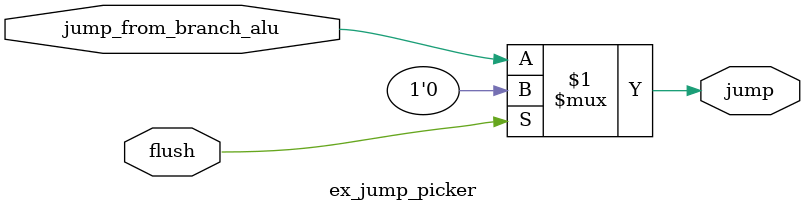
<source format=v>
module ex_jump_picker (
    // Inputs
    input jump_from_branch_alu,
    input flush,

    // Outputs
    output jump
);

    // Even if current instruction is a branch instruction
    // and the branch result is 1 (jump),
    // need to set jump as 0 if flush.
    // (came from previous branhc instruction)
    assign jump = (flush) ? 1'b0 : jump_from_branch_alu;
    
endmodule
</source>
